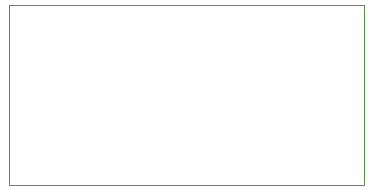
<source format=gbr>
G04 PROTEUS GERBER X2 FILE*
%TF.GenerationSoftware,Labcenter,Proteus,8.5-SP0-Build22067*%
%TF.CreationDate,2018-05-10T14:10:55+00:00*%
%TF.FileFunction,NonPlated,1,16,NPTH*%
%TF.FilePolarity,Positive*%
%TF.Part,Single*%
%FSLAX45Y45*%
%MOMM*%
G01*
%TA.AperFunction,Profile*%
%ADD28C,0.101600*%
D28*
X-1490000Y-760000D02*
X+1510000Y-760000D01*
X+1510000Y+760000D01*
X-1490000Y+760000D01*
X-1490000Y-760000D01*
M02*

</source>
